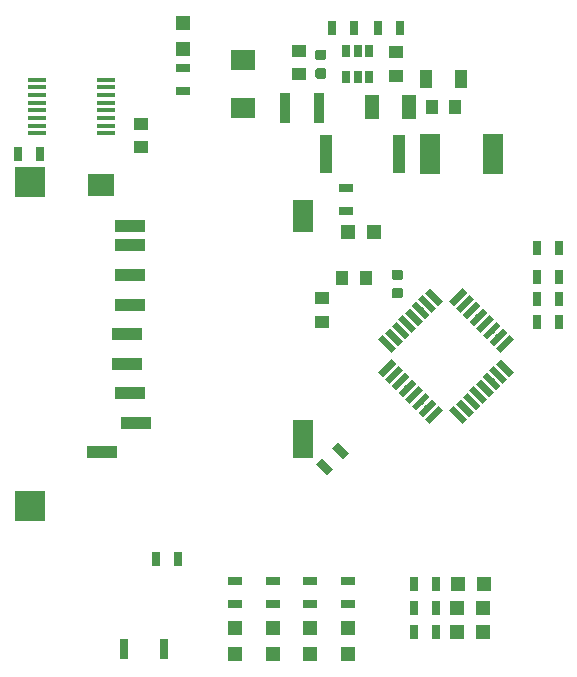
<source format=gbr>
G04 #@! TF.GenerationSoftware,KiCad,Pcbnew,5.1.4-e60b266~84~ubuntu18.04.1*
G04 #@! TF.CreationDate,2019-12-09T21:46:42-05:00*
G04 #@! TF.ProjectId,Accelerometer_Module,41636365-6c65-4726-9f6d-657465725f4d,rev?*
G04 #@! TF.SameCoordinates,Original*
G04 #@! TF.FileFunction,Paste,Top*
G04 #@! TF.FilePolarity,Positive*
%FSLAX46Y46*%
G04 Gerber Fmt 4.6, Leading zero omitted, Abs format (unit mm)*
G04 Created by KiCad (PCBNEW 5.1.4-e60b266~84~ubuntu18.04.1) date 2019-12-09 21:46:42*
%MOMM*%
%LPD*%
G04 APERTURE LIST*
%ADD10R,2.500000X1.100000*%
%ADD11R,1.700000X2.800000*%
%ADD12R,2.300000X1.950000*%
%ADD13R,1.700000X3.300000*%
%ADD14R,2.600000X2.500000*%
%ADD15R,1.300000X0.700000*%
%ADD16R,0.700000X1.300000*%
%ADD17R,0.800000X1.700000*%
%ADD18R,1.780000X3.500000*%
%ADD19R,1.250000X1.000000*%
%ADD20R,0.900000X2.500000*%
%ADD21R,1.000000X3.200000*%
%ADD22R,0.650000X1.060000*%
%ADD23R,1.000000X1.600000*%
%ADD24R,1.000000X1.250000*%
%ADD25R,2.159000X1.778000*%
%ADD26R,1.200000X1.200000*%
%ADD27C,0.100000*%
%ADD28C,0.875000*%
%ADD29R,1.200000X2.000000*%
%ADD30C,0.700000*%
%ADD31R,1.500000X0.450000*%
%ADD32C,0.550000*%
G04 APERTURE END LIST*
D10*
X59673000Y-124871000D03*
X59173000Y-122371000D03*
X58873000Y-119871000D03*
X58873000Y-117371000D03*
X59173000Y-114871000D03*
X59173000Y-112371000D03*
X59173000Y-109871000D03*
X59173000Y-108246000D03*
X56773000Y-127371000D03*
D11*
X73773000Y-107371000D03*
D12*
X56673000Y-104771000D03*
D13*
X73773000Y-126271000D03*
D14*
X50673000Y-104521000D03*
X50673000Y-131921000D03*
D15*
X77470000Y-106934000D03*
X77470000Y-105034000D03*
X63627000Y-94874000D03*
X63627000Y-96774000D03*
D16*
X85085000Y-138557000D03*
X83185000Y-138557000D03*
X85090000Y-140589000D03*
X83190000Y-140589000D03*
X85085000Y-142621000D03*
X83185000Y-142621000D03*
D15*
X68072000Y-140203000D03*
X68072000Y-138303000D03*
X74422000Y-138303000D03*
X74422000Y-140203000D03*
X71247000Y-138308000D03*
X71247000Y-140208000D03*
X77597000Y-140208000D03*
X77597000Y-138308000D03*
D16*
X93604000Y-116332000D03*
X95504000Y-116332000D03*
X93599000Y-114427000D03*
X95499000Y-114427000D03*
X95504000Y-112522000D03*
X93604000Y-112522000D03*
X63246000Y-136398000D03*
X61346000Y-136398000D03*
X51562000Y-102108000D03*
X49662000Y-102108000D03*
D17*
X62074000Y-144018000D03*
X58674000Y-144018000D03*
D18*
X84569300Y-102108000D03*
X89849300Y-102108000D03*
D19*
X81711800Y-95488000D03*
X81711800Y-93488000D03*
D20*
X72260800Y-98234500D03*
X75160800Y-98234500D03*
D16*
X76248220Y-91470480D03*
X78148220Y-91470480D03*
D21*
X81968200Y-102113080D03*
X75768200Y-102113080D03*
D22*
X79367600Y-93372800D03*
X78417600Y-93372800D03*
X77467600Y-93372800D03*
X77467600Y-95572800D03*
X79367600Y-95572800D03*
X78417600Y-95572800D03*
D23*
X84188300Y-95758000D03*
X87188300Y-95758000D03*
D24*
X84712300Y-98107500D03*
X86712300Y-98107500D03*
D25*
X68694300Y-94170500D03*
X68694300Y-98234500D03*
D26*
X77640000Y-108712000D03*
X79840000Y-108712000D03*
X63640000Y-93207000D03*
X63640000Y-91007000D03*
D19*
X73492360Y-93377000D03*
X73492360Y-95377000D03*
X60071000Y-99568000D03*
X60071000Y-101568000D03*
D27*
G36*
X75588691Y-94864553D02*
G01*
X75609926Y-94867703D01*
X75630750Y-94872919D01*
X75650962Y-94880151D01*
X75670368Y-94889330D01*
X75688781Y-94900366D01*
X75706024Y-94913154D01*
X75721930Y-94927570D01*
X75736346Y-94943476D01*
X75749134Y-94960719D01*
X75760170Y-94979132D01*
X75769349Y-94998538D01*
X75776581Y-95018750D01*
X75781797Y-95039574D01*
X75784947Y-95060809D01*
X75786000Y-95082250D01*
X75786000Y-95519750D01*
X75784947Y-95541191D01*
X75781797Y-95562426D01*
X75776581Y-95583250D01*
X75769349Y-95603462D01*
X75760170Y-95622868D01*
X75749134Y-95641281D01*
X75736346Y-95658524D01*
X75721930Y-95674430D01*
X75706024Y-95688846D01*
X75688781Y-95701634D01*
X75670368Y-95712670D01*
X75650962Y-95721849D01*
X75630750Y-95729081D01*
X75609926Y-95734297D01*
X75588691Y-95737447D01*
X75567250Y-95738500D01*
X75054750Y-95738500D01*
X75033309Y-95737447D01*
X75012074Y-95734297D01*
X74991250Y-95729081D01*
X74971038Y-95721849D01*
X74951632Y-95712670D01*
X74933219Y-95701634D01*
X74915976Y-95688846D01*
X74900070Y-95674430D01*
X74885654Y-95658524D01*
X74872866Y-95641281D01*
X74861830Y-95622868D01*
X74852651Y-95603462D01*
X74845419Y-95583250D01*
X74840203Y-95562426D01*
X74837053Y-95541191D01*
X74836000Y-95519750D01*
X74836000Y-95082250D01*
X74837053Y-95060809D01*
X74840203Y-95039574D01*
X74845419Y-95018750D01*
X74852651Y-94998538D01*
X74861830Y-94979132D01*
X74872866Y-94960719D01*
X74885654Y-94943476D01*
X74900070Y-94927570D01*
X74915976Y-94913154D01*
X74933219Y-94900366D01*
X74951632Y-94889330D01*
X74971038Y-94880151D01*
X74991250Y-94872919D01*
X75012074Y-94867703D01*
X75033309Y-94864553D01*
X75054750Y-94863500D01*
X75567250Y-94863500D01*
X75588691Y-94864553D01*
X75588691Y-94864553D01*
G37*
D28*
X75311000Y-95301000D03*
D27*
G36*
X75588691Y-93289553D02*
G01*
X75609926Y-93292703D01*
X75630750Y-93297919D01*
X75650962Y-93305151D01*
X75670368Y-93314330D01*
X75688781Y-93325366D01*
X75706024Y-93338154D01*
X75721930Y-93352570D01*
X75736346Y-93368476D01*
X75749134Y-93385719D01*
X75760170Y-93404132D01*
X75769349Y-93423538D01*
X75776581Y-93443750D01*
X75781797Y-93464574D01*
X75784947Y-93485809D01*
X75786000Y-93507250D01*
X75786000Y-93944750D01*
X75784947Y-93966191D01*
X75781797Y-93987426D01*
X75776581Y-94008250D01*
X75769349Y-94028462D01*
X75760170Y-94047868D01*
X75749134Y-94066281D01*
X75736346Y-94083524D01*
X75721930Y-94099430D01*
X75706024Y-94113846D01*
X75688781Y-94126634D01*
X75670368Y-94137670D01*
X75650962Y-94146849D01*
X75630750Y-94154081D01*
X75609926Y-94159297D01*
X75588691Y-94162447D01*
X75567250Y-94163500D01*
X75054750Y-94163500D01*
X75033309Y-94162447D01*
X75012074Y-94159297D01*
X74991250Y-94154081D01*
X74971038Y-94146849D01*
X74951632Y-94137670D01*
X74933219Y-94126634D01*
X74915976Y-94113846D01*
X74900070Y-94099430D01*
X74885654Y-94083524D01*
X74872866Y-94066281D01*
X74861830Y-94047868D01*
X74852651Y-94028462D01*
X74845419Y-94008250D01*
X74840203Y-93987426D01*
X74837053Y-93966191D01*
X74836000Y-93944750D01*
X74836000Y-93507250D01*
X74837053Y-93485809D01*
X74840203Y-93464574D01*
X74845419Y-93443750D01*
X74852651Y-93423538D01*
X74861830Y-93404132D01*
X74872866Y-93385719D01*
X74885654Y-93368476D01*
X74900070Y-93352570D01*
X74915976Y-93338154D01*
X74933219Y-93325366D01*
X74951632Y-93314330D01*
X74971038Y-93305151D01*
X74991250Y-93297919D01*
X75012074Y-93292703D01*
X75033309Y-93289553D01*
X75054750Y-93288500D01*
X75567250Y-93288500D01*
X75588691Y-93289553D01*
X75588691Y-93289553D01*
G37*
D28*
X75311000Y-93726000D03*
D26*
X77597000Y-144440000D03*
X77597000Y-142240000D03*
X74422000Y-142240000D03*
X74422000Y-144440000D03*
X89068000Y-142621000D03*
X86868000Y-142621000D03*
X86868000Y-140589000D03*
X89068000Y-140589000D03*
X86911000Y-138557000D03*
X89111000Y-138557000D03*
D29*
X79604000Y-98171000D03*
X82804000Y-98171000D03*
D16*
X95499000Y-110109000D03*
X93599000Y-110109000D03*
D30*
X76962000Y-127254000D03*
D27*
G36*
X77174132Y-127961107D02*
G01*
X76254893Y-127041868D01*
X76749868Y-126546893D01*
X77669107Y-127466132D01*
X77174132Y-127961107D01*
X77174132Y-127961107D01*
G37*
D30*
X75618498Y-128597502D03*
D27*
G36*
X75830630Y-129304609D02*
G01*
X74911391Y-128385370D01*
X75406366Y-127890395D01*
X76325605Y-128809634D01*
X75830630Y-129304609D01*
X75830630Y-129304609D01*
G37*
D16*
X80137000Y-91440000D03*
X82037000Y-91440000D03*
D31*
X51250000Y-95825000D03*
X51250000Y-96475000D03*
X51250000Y-97125000D03*
X51250000Y-97775000D03*
X51250000Y-98425000D03*
X51250000Y-99075000D03*
X51250000Y-99725000D03*
X51250000Y-100375000D03*
X57150000Y-100375000D03*
X57150000Y-99725000D03*
X57150000Y-99075000D03*
X57150000Y-98425000D03*
X57150000Y-97775000D03*
X57150000Y-97125000D03*
X57150000Y-96475000D03*
X57150000Y-95825000D03*
D27*
G36*
X82065691Y-113482553D02*
G01*
X82086926Y-113485703D01*
X82107750Y-113490919D01*
X82127962Y-113498151D01*
X82147368Y-113507330D01*
X82165781Y-113518366D01*
X82183024Y-113531154D01*
X82198930Y-113545570D01*
X82213346Y-113561476D01*
X82226134Y-113578719D01*
X82237170Y-113597132D01*
X82246349Y-113616538D01*
X82253581Y-113636750D01*
X82258797Y-113657574D01*
X82261947Y-113678809D01*
X82263000Y-113700250D01*
X82263000Y-114137750D01*
X82261947Y-114159191D01*
X82258797Y-114180426D01*
X82253581Y-114201250D01*
X82246349Y-114221462D01*
X82237170Y-114240868D01*
X82226134Y-114259281D01*
X82213346Y-114276524D01*
X82198930Y-114292430D01*
X82183024Y-114306846D01*
X82165781Y-114319634D01*
X82147368Y-114330670D01*
X82127962Y-114339849D01*
X82107750Y-114347081D01*
X82086926Y-114352297D01*
X82065691Y-114355447D01*
X82044250Y-114356500D01*
X81531750Y-114356500D01*
X81510309Y-114355447D01*
X81489074Y-114352297D01*
X81468250Y-114347081D01*
X81448038Y-114339849D01*
X81428632Y-114330670D01*
X81410219Y-114319634D01*
X81392976Y-114306846D01*
X81377070Y-114292430D01*
X81362654Y-114276524D01*
X81349866Y-114259281D01*
X81338830Y-114240868D01*
X81329651Y-114221462D01*
X81322419Y-114201250D01*
X81317203Y-114180426D01*
X81314053Y-114159191D01*
X81313000Y-114137750D01*
X81313000Y-113700250D01*
X81314053Y-113678809D01*
X81317203Y-113657574D01*
X81322419Y-113636750D01*
X81329651Y-113616538D01*
X81338830Y-113597132D01*
X81349866Y-113578719D01*
X81362654Y-113561476D01*
X81377070Y-113545570D01*
X81392976Y-113531154D01*
X81410219Y-113518366D01*
X81428632Y-113507330D01*
X81448038Y-113498151D01*
X81468250Y-113490919D01*
X81489074Y-113485703D01*
X81510309Y-113482553D01*
X81531750Y-113481500D01*
X82044250Y-113481500D01*
X82065691Y-113482553D01*
X82065691Y-113482553D01*
G37*
D28*
X81788000Y-113919000D03*
D27*
G36*
X82065691Y-111907553D02*
G01*
X82086926Y-111910703D01*
X82107750Y-111915919D01*
X82127962Y-111923151D01*
X82147368Y-111932330D01*
X82165781Y-111943366D01*
X82183024Y-111956154D01*
X82198930Y-111970570D01*
X82213346Y-111986476D01*
X82226134Y-112003719D01*
X82237170Y-112022132D01*
X82246349Y-112041538D01*
X82253581Y-112061750D01*
X82258797Y-112082574D01*
X82261947Y-112103809D01*
X82263000Y-112125250D01*
X82263000Y-112562750D01*
X82261947Y-112584191D01*
X82258797Y-112605426D01*
X82253581Y-112626250D01*
X82246349Y-112646462D01*
X82237170Y-112665868D01*
X82226134Y-112684281D01*
X82213346Y-112701524D01*
X82198930Y-112717430D01*
X82183024Y-112731846D01*
X82165781Y-112744634D01*
X82147368Y-112755670D01*
X82127962Y-112764849D01*
X82107750Y-112772081D01*
X82086926Y-112777297D01*
X82065691Y-112780447D01*
X82044250Y-112781500D01*
X81531750Y-112781500D01*
X81510309Y-112780447D01*
X81489074Y-112777297D01*
X81468250Y-112772081D01*
X81448038Y-112764849D01*
X81428632Y-112755670D01*
X81410219Y-112744634D01*
X81392976Y-112731846D01*
X81377070Y-112717430D01*
X81362654Y-112701524D01*
X81349866Y-112684281D01*
X81338830Y-112665868D01*
X81329651Y-112646462D01*
X81322419Y-112626250D01*
X81317203Y-112605426D01*
X81314053Y-112584191D01*
X81313000Y-112562750D01*
X81313000Y-112125250D01*
X81314053Y-112103809D01*
X81317203Y-112082574D01*
X81322419Y-112061750D01*
X81329651Y-112041538D01*
X81338830Y-112022132D01*
X81349866Y-112003719D01*
X81362654Y-111986476D01*
X81377070Y-111970570D01*
X81392976Y-111956154D01*
X81410219Y-111943366D01*
X81428632Y-111932330D01*
X81448038Y-111923151D01*
X81468250Y-111915919D01*
X81489074Y-111910703D01*
X81510309Y-111907553D01*
X81531750Y-111906500D01*
X82044250Y-111906500D01*
X82065691Y-111907553D01*
X82065691Y-111907553D01*
G37*
D28*
X81788000Y-112344000D03*
D26*
X71247000Y-142240000D03*
X71247000Y-144440000D03*
X68072000Y-144440000D03*
X68072000Y-142240000D03*
D24*
X77121000Y-112649000D03*
X79121000Y-112649000D03*
D19*
X75412600Y-116350800D03*
X75412600Y-114350800D03*
D32*
X84893685Y-114242314D03*
D27*
G36*
X84133545Y-113871083D02*
G01*
X84522454Y-113482174D01*
X85653825Y-114613545D01*
X85264916Y-115002454D01*
X84133545Y-113871083D01*
X84133545Y-113871083D01*
G37*
D32*
X84328000Y-114808000D03*
D27*
G36*
X83567860Y-114436769D02*
G01*
X83956769Y-114047860D01*
X85088140Y-115179231D01*
X84699231Y-115568140D01*
X83567860Y-114436769D01*
X83567860Y-114436769D01*
G37*
D32*
X83762314Y-115373685D03*
D27*
G36*
X83002174Y-115002454D02*
G01*
X83391083Y-114613545D01*
X84522454Y-115744916D01*
X84133545Y-116133825D01*
X83002174Y-115002454D01*
X83002174Y-115002454D01*
G37*
D32*
X83196629Y-115939370D03*
D27*
G36*
X82436489Y-115568139D02*
G01*
X82825398Y-115179230D01*
X83956769Y-116310601D01*
X83567860Y-116699510D01*
X82436489Y-115568139D01*
X82436489Y-115568139D01*
G37*
D32*
X82630943Y-116505056D03*
D27*
G36*
X81870803Y-116133825D02*
G01*
X82259712Y-115744916D01*
X83391083Y-116876287D01*
X83002174Y-117265196D01*
X81870803Y-116133825D01*
X81870803Y-116133825D01*
G37*
D32*
X82065258Y-117070741D03*
D27*
G36*
X81305118Y-116699510D02*
G01*
X81694027Y-116310601D01*
X82825398Y-117441972D01*
X82436489Y-117830881D01*
X81305118Y-116699510D01*
X81305118Y-116699510D01*
G37*
D32*
X81499573Y-117636427D03*
D27*
G36*
X80739433Y-117265196D02*
G01*
X81128342Y-116876287D01*
X82259713Y-118007658D01*
X81870804Y-118396567D01*
X80739433Y-117265196D01*
X80739433Y-117265196D01*
G37*
D32*
X80933887Y-118202112D03*
D27*
G36*
X80173747Y-117830881D02*
G01*
X80562656Y-117441972D01*
X81694027Y-118573343D01*
X81305118Y-118962252D01*
X80173747Y-117830881D01*
X80173747Y-117830881D01*
G37*
D32*
X80933887Y-120252722D03*
D27*
G36*
X80562656Y-121012862D02*
G01*
X80173747Y-120623953D01*
X81305118Y-119492582D01*
X81694027Y-119881491D01*
X80562656Y-121012862D01*
X80562656Y-121012862D01*
G37*
D32*
X81499573Y-120818407D03*
D27*
G36*
X81128342Y-121578547D02*
G01*
X80739433Y-121189638D01*
X81870804Y-120058267D01*
X82259713Y-120447176D01*
X81128342Y-121578547D01*
X81128342Y-121578547D01*
G37*
D32*
X82065258Y-121384093D03*
D27*
G36*
X81694027Y-122144233D02*
G01*
X81305118Y-121755324D01*
X82436489Y-120623953D01*
X82825398Y-121012862D01*
X81694027Y-122144233D01*
X81694027Y-122144233D01*
G37*
D32*
X82630943Y-121949778D03*
D27*
G36*
X82259712Y-122709918D02*
G01*
X81870803Y-122321009D01*
X83002174Y-121189638D01*
X83391083Y-121578547D01*
X82259712Y-122709918D01*
X82259712Y-122709918D01*
G37*
D32*
X83196629Y-122515464D03*
D27*
G36*
X82825398Y-123275604D02*
G01*
X82436489Y-122886695D01*
X83567860Y-121755324D01*
X83956769Y-122144233D01*
X82825398Y-123275604D01*
X82825398Y-123275604D01*
G37*
D32*
X83762314Y-123081149D03*
D27*
G36*
X83391083Y-123841289D02*
G01*
X83002174Y-123452380D01*
X84133545Y-122321009D01*
X84522454Y-122709918D01*
X83391083Y-123841289D01*
X83391083Y-123841289D01*
G37*
D32*
X84328000Y-123646834D03*
D27*
G36*
X83956769Y-124406974D02*
G01*
X83567860Y-124018065D01*
X84699231Y-122886694D01*
X85088140Y-123275603D01*
X83956769Y-124406974D01*
X83956769Y-124406974D01*
G37*
D32*
X84893685Y-124212520D03*
D27*
G36*
X84522454Y-124972660D02*
G01*
X84133545Y-124583751D01*
X85264916Y-123452380D01*
X85653825Y-123841289D01*
X84522454Y-124972660D01*
X84522454Y-124972660D01*
G37*
D32*
X86944295Y-124212520D03*
D27*
G36*
X86184155Y-123841289D02*
G01*
X86573064Y-123452380D01*
X87704435Y-124583751D01*
X87315526Y-124972660D01*
X86184155Y-123841289D01*
X86184155Y-123841289D01*
G37*
D32*
X87509980Y-123646834D03*
D27*
G36*
X86749840Y-123275603D02*
G01*
X87138749Y-122886694D01*
X88270120Y-124018065D01*
X87881211Y-124406974D01*
X86749840Y-123275603D01*
X86749840Y-123275603D01*
G37*
D32*
X88075666Y-123081149D03*
D27*
G36*
X87315526Y-122709918D02*
G01*
X87704435Y-122321009D01*
X88835806Y-123452380D01*
X88446897Y-123841289D01*
X87315526Y-122709918D01*
X87315526Y-122709918D01*
G37*
D32*
X88641351Y-122515464D03*
D27*
G36*
X87881211Y-122144233D02*
G01*
X88270120Y-121755324D01*
X89401491Y-122886695D01*
X89012582Y-123275604D01*
X87881211Y-122144233D01*
X87881211Y-122144233D01*
G37*
D32*
X89207037Y-121949778D03*
D27*
G36*
X88446897Y-121578547D02*
G01*
X88835806Y-121189638D01*
X89967177Y-122321009D01*
X89578268Y-122709918D01*
X88446897Y-121578547D01*
X88446897Y-121578547D01*
G37*
D32*
X89772722Y-121384093D03*
D27*
G36*
X89012582Y-121012862D02*
G01*
X89401491Y-120623953D01*
X90532862Y-121755324D01*
X90143953Y-122144233D01*
X89012582Y-121012862D01*
X89012582Y-121012862D01*
G37*
D32*
X90338407Y-120818407D03*
D27*
G36*
X89578267Y-120447176D02*
G01*
X89967176Y-120058267D01*
X91098547Y-121189638D01*
X90709638Y-121578547D01*
X89578267Y-120447176D01*
X89578267Y-120447176D01*
G37*
D32*
X90904093Y-120252722D03*
D27*
G36*
X90143953Y-119881491D02*
G01*
X90532862Y-119492582D01*
X91664233Y-120623953D01*
X91275324Y-121012862D01*
X90143953Y-119881491D01*
X90143953Y-119881491D01*
G37*
D32*
X90904093Y-118202112D03*
D27*
G36*
X90532862Y-118962252D02*
G01*
X90143953Y-118573343D01*
X91275324Y-117441972D01*
X91664233Y-117830881D01*
X90532862Y-118962252D01*
X90532862Y-118962252D01*
G37*
D32*
X90338407Y-117636427D03*
D27*
G36*
X89967176Y-118396567D02*
G01*
X89578267Y-118007658D01*
X90709638Y-116876287D01*
X91098547Y-117265196D01*
X89967176Y-118396567D01*
X89967176Y-118396567D01*
G37*
D32*
X89772722Y-117070741D03*
D27*
G36*
X89401491Y-117830881D02*
G01*
X89012582Y-117441972D01*
X90143953Y-116310601D01*
X90532862Y-116699510D01*
X89401491Y-117830881D01*
X89401491Y-117830881D01*
G37*
D32*
X89207037Y-116505056D03*
D27*
G36*
X88835806Y-117265196D02*
G01*
X88446897Y-116876287D01*
X89578268Y-115744916D01*
X89967177Y-116133825D01*
X88835806Y-117265196D01*
X88835806Y-117265196D01*
G37*
D32*
X88641351Y-115939370D03*
D27*
G36*
X88270120Y-116699510D02*
G01*
X87881211Y-116310601D01*
X89012582Y-115179230D01*
X89401491Y-115568139D01*
X88270120Y-116699510D01*
X88270120Y-116699510D01*
G37*
D32*
X88075666Y-115373685D03*
D27*
G36*
X87704435Y-116133825D02*
G01*
X87315526Y-115744916D01*
X88446897Y-114613545D01*
X88835806Y-115002454D01*
X87704435Y-116133825D01*
X87704435Y-116133825D01*
G37*
D32*
X87509980Y-114808000D03*
D27*
G36*
X87138749Y-115568140D02*
G01*
X86749840Y-115179231D01*
X87881211Y-114047860D01*
X88270120Y-114436769D01*
X87138749Y-115568140D01*
X87138749Y-115568140D01*
G37*
D32*
X86944295Y-114242314D03*
D27*
G36*
X86573064Y-115002454D02*
G01*
X86184155Y-114613545D01*
X87315526Y-113482174D01*
X87704435Y-113871083D01*
X86573064Y-115002454D01*
X86573064Y-115002454D01*
G37*
M02*

</source>
